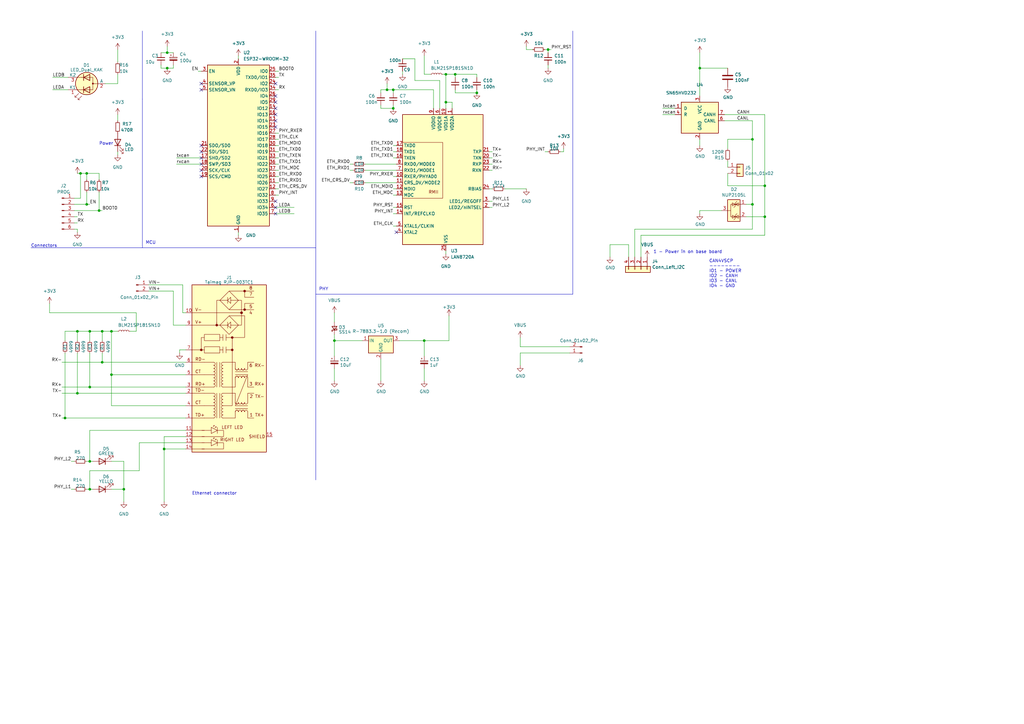
<source format=kicad_sch>
(kicad_sch (version 20230121) (generator eeschema)
  (paper "A3")
  (title_block (title "Frankfurt Eth") (date "2023-03-03") (rev "A") (company "Grodans Paradis AB") (comment 1 "http://www.vscp.org"))
  (junction (at 313.69 76.2))
  (junction (at 67.31 184.15))
  (junction (at 68.58 21.59))
  (junction (at 308.61 83.82))
  (junction (at 36.83 158.75))
  (junction (at 41.91 148.59))
  (junction (at 308.61 57.15))
  (junction (at 36.83 189.23))
  (junction (at 182.88 41.91))
  (junction (at 161.29 36.83))
  (junction (at 45.72 153.67))
  (junction (at 313.69 88.9))
  (junction (at 45.72 135.89))
  (junction (at 182.88 30.48))
  (junction (at 36.83 200.66))
  (junction (at 186.69 30.48))
  (junction (at 50.8 200.66))
  (junction (at 33.02 71.12))
  (junction (at 158.75 36.83))
  (junction (at 31.75 135.89))
  (junction (at 224.79 20.32))
  (junction (at 161.29 44.45))
  (junction (at 173.99 139.7))
  (junction (at 195.58 38.1))
  (junction (at 137.16 139.7))
  (junction (at 287.02 27.94))
  (junction (at 35.56 71.12))
  (junction (at 68.58 27.94))
  (junction (at 26.67 171.45))
  (junction (at 35.56 83.82))
  (junction (at 40.64 86.36))
  (junction (at 31.75 161.29))
  (junction (at 36.83 135.89))
  (junction (at 41.91 135.89))
  (no_connect (at 162.56 95.25))
  (no_connect (at 113.03 87.63))
  (no_connect (at 113.03 85.09))
  (no_connect (at 113.03 82.55))
  (no_connect (at 113.03 46.99))
  (no_connect (at 113.03 52.07))
  (no_connect (at 113.03 49.53))
  (no_connect (at 113.03 44.45))
  (no_connect (at 113.03 41.91))
  (no_connect (at 113.03 39.37))
  (no_connect (at 113.03 34.29))
  (no_connect (at 82.55 36.83))
  (no_connect (at 82.55 34.29))
  (no_connect (at 82.55 72.39))
  (no_connect (at 82.55 69.85))
  (no_connect (at 82.55 67.31))
  (no_connect (at 82.55 64.77))
  (no_connect (at 82.55 62.23))
  (no_connect (at 82.55 59.69))
  (wire (pts (xy 113.03 62.23) (xy 114.3 62.23)))
  (wire (pts (xy 137.16 128.27) (xy 137.16 132.08)))
  (wire (pts (xy 233.68 144.78) (xy 213.36 144.78)))
  (wire (pts (xy 186.69 36.83) (xy 186.69 38.1)))
  (wire (pts (xy 182.88 30.48) (xy 182.88 41.91)))
  (wire (pts (xy 161.29 59.69) (xy 162.56 59.69)))
  (polyline (pts (xy 58.42 101.6) (xy 129.54 101.6)))
  (wire (pts (xy 113.03 36.83) (xy 114.3 36.83)))
  (wire (pts (xy 161.29 85.09) (xy 162.56 85.09)))
  (wire (pts (xy 33.02 71.12) (xy 35.56 71.12)))
  (wire (pts (xy 143.51 69.85) (xy 144.78 69.85)))
  (wire (pts (xy 29.21 189.23) (xy 30.48 189.23)))
  (wire (pts (xy 295.91 86.36) (xy 287.02 86.36)))
  (wire (pts (xy 161.29 92.71) (xy 162.56 92.71)))
  (wire (pts (xy 33.02 71.12) (xy 33.02 81.28)))
  (wire (pts (xy 200.66 85.09) (xy 201.93 85.09)))
  (wire (pts (xy 76.2 181.61) (xy 57.15 181.61)))
  (wire (pts (xy 72.39 64.77) (xy 82.55 64.77)))
  (wire (pts (xy 35.56 200.66) (xy 36.83 200.66)))
  (wire (pts (xy 161.29 36.83) (xy 158.75 36.83)))
  (wire (pts (xy 45.72 166.37) (xy 45.72 153.67)))
  (wire (pts (xy 76.2 128.27) (xy 74.93 128.27)))
  (wire (pts (xy 186.69 30.48) (xy 195.58 30.48)))
  (wire (pts (xy 308.61 83.82) (xy 308.61 93.98)))
  (wire (pts (xy 48.26 25.4) (xy 48.26 20.32)))
  (wire (pts (xy 287.02 86.36) (xy 287.02 87.63)))
  (wire (pts (xy 313.69 88.9) (xy 313.69 76.2)))
  (wire (pts (xy 185.42 44.45) (xy 185.42 41.91)))
  (wire (pts (xy 113.03 72.39) (xy 114.3 72.39)))
  (wire (pts (xy 31.75 135.89) (xy 26.67 135.89)))
  (polyline (pts (xy 12.7 101.6) (xy 58.42 101.6)))
  (wire (pts (xy 200.66 77.47) (xy 201.93 77.47)))
  (wire (pts (xy 57.15 193.04) (xy 36.83 193.04)))
  (wire (pts (xy 149.86 74.93) (xy 162.56 74.93)))
  (polyline (pts (xy 58.42 12.7) (xy 58.42 40.64)))
  (wire (pts (xy 298.45 60.96) (xy 298.45 57.15)))
  (wire (pts (xy 66.04 26.67) (xy 66.04 27.94)))
  (wire (pts (xy 67.31 179.07) (xy 67.31 184.15)))
  (wire (pts (xy 50.8 200.66) (xy 50.8 205.74)))
  (wire (pts (xy 215.9 19.05) (xy 215.9 20.32)))
  (wire (pts (xy 161.29 72.39) (xy 162.56 72.39)))
  (wire (pts (xy 173.99 139.7) (xy 173.99 146.05)))
  (wire (pts (xy 35.56 71.12) (xy 40.64 71.12)))
  (wire (pts (xy 97.79 95.25) (xy 97.79 96.52)))
  (wire (pts (xy 161.29 64.77) (xy 162.56 64.77)))
  (wire (pts (xy 36.83 144.78) (xy 36.83 158.75)))
  (wire (pts (xy 66.04 27.94) (xy 68.58 27.94)))
  (wire (pts (xy 276.86 44.45) (xy 271.78 44.45)))
  (wire (pts (xy 55.88 128.27) (xy 55.88 135.89)))
  (wire (pts (xy 137.16 139.7) (xy 137.16 146.05)))
  (wire (pts (xy 161.29 87.63) (xy 162.56 87.63)))
  (wire (pts (xy 182.88 30.48) (xy 186.69 30.48)))
  (wire (pts (xy 298.45 76.2) (xy 313.69 76.2)))
  (wire (pts (xy 156.21 43.18) (xy 156.21 44.45)))
  (wire (pts (xy 71.12 27.94) (xy 71.12 26.67)))
  (wire (pts (xy 36.83 135.89) (xy 31.75 135.89)))
  (wire (pts (xy 113.03 64.77) (xy 114.3 64.77)))
  (wire (pts (xy 213.36 142.24) (xy 213.36 138.43)))
  (wire (pts (xy 224.79 26.67) (xy 224.79 27.94)))
  (wire (pts (xy 25.4 171.45) (xy 26.67 171.45)))
  (wire (pts (xy 72.39 67.31) (xy 82.55 67.31)))
  (wire (pts (xy 40.64 71.12) (xy 40.64 73.66)))
  (wire (pts (xy 163.83 139.7) (xy 173.99 139.7)))
  (wire (pts (xy 149.86 67.31) (xy 162.56 67.31)))
  (wire (pts (xy 298.45 27.94) (xy 287.02 27.94)))
  (polyline (pts (xy 58.42 101.6) (xy 58.42 40.64)))
  (wire (pts (xy 26.67 135.89) (xy 26.67 139.7)))
  (wire (pts (xy 313.69 46.99) (xy 297.18 46.99)))
  (wire (pts (xy 40.64 86.36) (xy 41.91 86.36)))
  (wire (pts (xy 195.58 30.48) (xy 195.58 31.75)))
  (wire (pts (xy 161.29 77.47) (xy 162.56 77.47)))
  (wire (pts (xy 55.88 135.89) (xy 53.34 135.89)))
  (wire (pts (xy 186.69 30.48) (xy 186.69 31.75)))
  (wire (pts (xy 306.07 83.82) (xy 308.61 83.82)))
  (wire (pts (xy 45.72 189.23) (xy 50.8 189.23)))
  (wire (pts (xy 231.14 62.23) (xy 229.87 62.23)))
  (wire (pts (xy 21.59 31.75) (xy 27.94 31.75)))
  (wire (pts (xy 287.02 27.94) (xy 287.02 39.37)))
  (wire (pts (xy 68.58 27.94) (xy 71.12 27.94)))
  (wire (pts (xy 26.67 171.45) (xy 26.67 144.78)))
  (wire (pts (xy 207.01 77.47) (xy 215.9 77.47)))
  (wire (pts (xy 36.83 176.53) (xy 36.83 189.23)))
  (wire (pts (xy 200.66 69.85) (xy 201.93 69.85)))
  (wire (pts (xy 31.75 161.29) (xy 76.2 161.29)))
  (wire (pts (xy 35.56 71.12) (xy 35.56 73.66)))
  (wire (pts (xy 224.79 20.32) (xy 226.06 20.32)))
  (wire (pts (xy 308.61 93.98) (xy 260.35 93.98)))
  (wire (pts (xy 25.4 161.29) (xy 31.75 161.29)))
  (wire (pts (xy 233.68 142.24) (xy 213.36 142.24)))
  (wire (pts (xy 45.72 135.89) (xy 48.26 135.89)))
  (wire (pts (xy 73.66 144.78) (xy 73.66 143.51)))
  (wire (pts (xy 200.66 64.77) (xy 201.93 64.77)))
  (wire (pts (xy 36.83 200.66) (xy 38.1 200.66)))
  (wire (pts (xy 113.03 54.61) (xy 114.3 54.61)))
  (wire (pts (xy 148.59 139.7) (xy 137.16 139.7)))
  (wire (pts (xy 257.81 100.33) (xy 257.81 105.41)))
  (wire (pts (xy 36.83 189.23) (xy 38.1 189.23)))
  (wire (pts (xy 71.12 133.35) (xy 71.12 119.38)))
  (wire (pts (xy 186.69 38.1) (xy 195.58 38.1)))
  (wire (pts (xy 113.03 31.75) (xy 114.3 31.75)))
  (wire (pts (xy 173.99 30.48) (xy 176.53 30.48)))
  (wire (pts (xy 257.81 100.33) (xy 250.19 100.33)))
  (wire (pts (xy 60.96 119.38) (xy 71.12 119.38)))
  (wire (pts (xy 30.48 86.36) (xy 40.64 86.36)))
  (wire (pts (xy 31.75 71.12) (xy 33.02 71.12)))
  (wire (pts (xy 45.72 153.67) (xy 76.2 153.67)))
  (wire (pts (xy 45.72 200.66) (xy 50.8 200.66)))
  (wire (pts (xy 113.03 69.85) (xy 114.3 69.85)))
  (wire (pts (xy 113.03 59.69) (xy 114.3 59.69)))
  (wire (pts (xy 50.8 189.23) (xy 50.8 200.66)))
  (wire (pts (xy 113.03 80.01) (xy 114.3 80.01)))
  (wire (pts (xy 48.26 49.53) (xy 48.26 46.99)))
  (polyline (pts (xy 129.54 120.65) (xy 234.95 120.65)))
  (polyline (pts (xy 129.54 101.6) (xy 129.54 196.85)))
  (wire (pts (xy 298.45 71.12) (xy 298.45 76.2)))
  (wire (pts (xy 297.18 49.53) (xy 308.61 49.53)))
  (wire (pts (xy 45.72 135.89) (xy 45.72 153.67)))
  (wire (pts (xy 66.04 21.59) (xy 68.58 21.59)))
  (wire (pts (xy 213.36 144.78) (xy 213.36 149.86)))
  (wire (pts (xy 200.66 67.31) (xy 201.93 67.31)))
  (wire (pts (xy 113.03 74.93) (xy 114.3 74.93)))
  (wire (pts (xy 57.15 181.61) (xy 57.15 193.04)))
  (wire (pts (xy 250.19 100.33) (xy 250.19 105.41)))
  (wire (pts (xy 81.28 29.21) (xy 82.55 29.21)))
  (wire (pts (xy 33.02 81.28) (xy 30.48 81.28)))
  (wire (pts (xy 97.79 22.86) (xy 97.79 24.13)))
  (wire (pts (xy 223.52 20.32) (xy 224.79 20.32)))
  (wire (pts (xy 224.79 20.32) (xy 224.79 21.59)))
  (wire (pts (xy 260.35 93.98) (xy 260.35 105.41)))
  (wire (pts (xy 298.45 66.04) (xy 298.45 68.58)))
  (wire (pts (xy 26.67 171.45) (xy 76.2 171.45)))
  (wire (pts (xy 113.03 57.15) (xy 114.3 57.15)))
  (wire (pts (xy 113.03 77.47) (xy 114.3 77.47)))
  (wire (pts (xy 306.07 88.9) (xy 313.69 88.9)))
  (wire (pts (xy 308.61 57.15) (xy 308.61 83.82)))
  (wire (pts (xy 76.2 176.53) (xy 36.83 176.53)))
  (wire (pts (xy 298.45 57.15) (xy 308.61 57.15)))
  (wire (pts (xy 113.03 87.63) (xy 120.65 87.63)))
  (wire (pts (xy 67.31 184.15) (xy 67.31 205.74)))
  (wire (pts (xy 161.29 43.18) (xy 161.29 44.45)))
  (wire (pts (xy 156.21 44.45) (xy 161.29 44.45)))
  (wire (pts (xy 35.56 78.74) (xy 35.56 83.82)))
  (wire (pts (xy 287.02 21.59) (xy 287.02 27.94)))
  (wire (pts (xy 41.91 135.89) (xy 36.83 135.89)))
  (wire (pts (xy 143.51 67.31) (xy 144.78 67.31)))
  (wire (pts (xy 41.91 148.59) (xy 76.2 148.59)))
  (wire (pts (xy 113.03 67.31) (xy 114.3 67.31)))
  (wire (pts (xy 149.86 69.85) (xy 162.56 69.85)))
  (wire (pts (xy 40.64 78.74) (xy 40.64 86.36)))
  (wire (pts (xy 30.48 91.44) (xy 31.75 91.44)))
  (wire (pts (xy 45.72 166.37) (xy 76.2 166.37)))
  (wire (pts (xy 158.75 34.29) (xy 158.75 36.83)))
  (wire (pts (xy 200.66 62.23) (xy 201.93 62.23)))
  (wire (pts (xy 67.31 184.15) (xy 76.2 184.15)))
  (wire (pts (xy 31.75 135.89) (xy 31.75 139.7)))
  (wire (pts (xy 31.75 93.98) (xy 31.75 95.25)))
  (wire (pts (xy 276.86 46.99) (xy 271.78 46.99)))
  (wire (pts (xy 156.21 36.83) (xy 156.21 38.1)))
  (polyline (pts (xy 129.54 12.7) (xy 129.54 101.6)))
  (wire (pts (xy 25.4 158.75) (xy 36.83 158.75)))
  (wire (pts (xy 20.32 128.27) (xy 20.32 124.46)))
  (wire (pts (xy 313.69 96.52) (xy 313.69 88.9)))
  (wire (pts (xy 36.83 193.04) (xy 36.83 200.66)))
  (wire (pts (xy 113.03 29.21) (xy 114.3 29.21)))
  (wire (pts (xy 25.4 148.59) (xy 41.91 148.59)))
  (wire (pts (xy 287.02 57.15) (xy 287.02 59.69)))
  (wire (pts (xy 68.58 21.59) (xy 71.12 21.59)))
  (wire (pts (xy 30.48 83.82) (xy 35.56 83.82)))
  (wire (pts (xy 170.18 33.02) (xy 170.18 24.13)))
  (wire (pts (xy 137.16 137.16) (xy 137.16 139.7)))
  (wire (pts (xy 313.69 76.2) (xy 313.69 46.99)))
  (wire (pts (xy 182.88 102.87) (xy 182.88 104.14)))
  (wire (pts (xy 45.72 135.89) (xy 41.91 135.89)))
  (wire (pts (xy 30.48 88.9) (xy 31.75 88.9)))
  (wire (pts (xy 177.8 36.83) (xy 161.29 36.83)))
  (wire (pts (xy 41.91 148.59) (xy 41.91 144.78)))
  (wire (pts (xy 182.88 41.91) (xy 182.88 44.45)))
  (wire (pts (xy 48.26 34.29) (xy 48.26 30.48)))
  (wire (pts (xy 185.42 41.91) (xy 182.88 41.91)))
  (wire (pts (xy 68.58 19.05) (xy 68.58 21.59)))
  (wire (pts (xy 76.2 133.35) (xy 71.12 133.35)))
  (wire (pts (xy 43.18 34.29) (xy 48.26 34.29)))
  (wire (pts (xy 60.96 116.84) (xy 74.93 116.84)))
  (wire (pts (xy 231.14 60.96) (xy 231.14 62.23)))
  (wire (pts (xy 35.56 83.82) (xy 36.83 83.82)))
  (wire (pts (xy 308.61 49.53) (xy 308.61 57.15)))
  (wire (pts (xy 76.2 179.07) (xy 67.31 179.07)))
  (wire (pts (xy 215.9 20.32) (xy 218.44 20.32)))
  (wire (pts (xy 177.8 44.45) (xy 177.8 36.83)))
  (wire (pts (xy 180.34 33.02) (xy 170.18 33.02)))
  (wire (pts (xy 161.29 36.83) (xy 161.29 38.1)))
  (wire (pts (xy 137.16 151.13) (xy 137.16 156.21)))
  (wire (pts (xy 173.99 22.86) (xy 173.99 30.48)))
  (wire (pts (xy 262.89 96.52) (xy 313.69 96.52)))
  (wire (pts (xy 55.88 128.27) (xy 20.32 128.27)))
  (wire (pts (xy 195.58 36.83) (xy 195.58 38.1)))
  (wire (pts (xy 35.56 189.23) (xy 36.83 189.23)))
  (wire (pts (xy 30.48 93.98) (xy 31.75 93.98)))
  (wire (pts (xy 184.15 129.54) (xy 184.15 139.7)))
  (wire (pts (xy 36.83 158.75) (xy 76.2 158.75)))
  (wire (pts (xy 158.75 36.83) (xy 156.21 36.83)))
  (wire (pts (xy 36.83 135.89) (xy 36.83 139.7)))
  (wire (pts (xy 73.66 143.51) (xy 76.2 143.51)))
  (wire (pts (xy 31.75 161.29) (xy 31.75 144.78)))
  (wire (pts (xy 113.03 85.09) (xy 120.65 85.09)))
  (wire (pts (xy 41.91 135.89) (xy 41.91 139.7)))
  (wire (pts (xy 180.34 33.02) (xy 180.34 44.45)))
  (wire (pts (xy 48.26 62.23) (xy 48.26 63.5)))
  (wire (pts (xy 143.51 74.93) (xy 144.78 74.93)))
  (wire (pts (xy 165.1 29.21) (xy 165.1 30.48)))
  (wire (pts (xy 156.21 147.32) (xy 156.21 156.21)))
  (wire (pts (xy 262.89 105.41) (xy 262.89 96.52)))
  (polyline (pts (xy 234.95 12.7) (xy 234.95 120.65)))
  (wire (pts (xy 29.21 200.66) (xy 30.48 200.66)))
  (wire (pts (xy 161.29 62.23) (xy 162.56 62.23)))
  (wire (pts (xy 181.61 30.48) (xy 182.88 30.48)))
  (wire (pts (xy 173.99 151.13) (xy 173.99 156.21)))
  (wire (pts (xy 21.59 36.83) (xy 27.94 36.83)))
  (wire (pts (xy 74.93 128.27) (xy 74.93 116.84)))
  (wire (pts (xy 161.29 80.01) (xy 162.56 80.01)))
  (wire (pts (xy 223.52 62.23) (xy 224.79 62.23)))
  (wire (pts (xy 184.15 139.7) (xy 173.99 139.7)))
  (wire (pts (xy 200.66 82.55) (xy 201.93 82.55)))
  (wire (pts (xy 170.18 24.13) (xy 165.1 24.13)))
  (text "PHY" (at 130.81 119.38 0) (effects (font (size 1.27 1.27)) (justify left bottom)))
  (text "Connectors" (at 12.7 101.6 0) (effects (font (size 1.27 1.27)) (justify left bottom)))
  (text "Power" (at 40.64 59.69 0) (effects (font (size 1.27 1.27)) (justify left bottom)))
  (text "CAN4VSCP\n--------\nIO1 - POWER\nIO2 - CANH\nIO3 - CANL\nIO4 - GND" (at 290.83 118.11 0) (effects (font (size 1.27 1.27)) (justify left bottom)))
  (text "Ethernet connector" (at 78.74 203.2 0) (effects (font (size 1.27 1.27)) (justify left bottom)))
  (text "MCU" (at 59.69 100.33 0) (effects (font (size 1.27 1.27)) (justify left bottom)))
  (text "1 - Power in on base board" (at 267.97 104.14 0) (effects (font (size 1.27 1.27)) (justify left bottom)))
  (label "ETH_TXEN" (at 114.3 64.77 0))
  (label "LEDB" (at 21.59 31.75 0))
  (label "ETH_RXD0" (at 114.3 72.39 0))
  (label "TX-" (at 201.93 64.77 0))
  (label "VIN-" (at 60.96 116.84 0))
  (label "PHY_L1" (at 201.93 82.55 0))
  (label "PHY_RXER" (at 161.29 72.39 180))
  (label "RX" (at 31.75 91.44 0))
  (label "RX" (at 114.3 36.83 0))
  (label "ETH_MDC" (at 161.29 80.01 180))
  (label "PHY_INT" (at 114.3 80.01 0))
  (label "RX-" (at 25.4 148.59 180))
  (label "ETH_TXEN" (at 161.29 64.77 180))
  (label "ETH_MDIO" (at 114.3 59.69 0))
  (label "PHY_INT" (at 161.29 87.63 180))
  (label "RX+" (at 25.4 158.75 180))
  (label "ETH_RXD0" (at 143.51 67.31 180))
  (label "PHY_L2" (at 201.93 85.09 0))
  (label "LEDB" (at 114.3 87.63 0))
  (label "CANH" (at 302.26 46.99 0))
  (label "rxcan" (at 72.39 67.31 0))
  (label "ETH_CLK" (at 161.29 92.71 180))
  (label "ETH_CRS_DV" (at 143.51 74.93 180))
  (label "rxcan" (at 271.78 46.99 0))
  (label "ETH_TXD1" (at 161.29 62.23 180))
  (label "BOOT0" (at 41.91 86.36 0))
  (label "ETH_TXD0" (at 161.29 59.69 180))
  (label "ETH_MDIO" (at 161.29 77.47 180))
  (label "LEDA" (at 21.59 36.83 0))
  (label "RX-" (at 201.93 69.85 0))
  (label "ETH_CLK" (at 114.3 57.15 0))
  (label "TX-" (at 25.4 161.29 180))
  (label "txcan" (at 72.39 64.77 0))
  (label "PHY_RST" (at 161.29 85.09 180))
  (label "BOOT0" (at 114.3 29.21 0))
  (label "PHY_RST" (at 226.06 20.32 0))
  (label "PHY_RXER" (at 114.3 54.61 0))
  (label "TX+" (at 25.4 171.45 180))
  (label "ETH_MDC" (at 114.3 69.85 0))
  (label "TX+" (at 201.93 62.23 0))
  (label "TX" (at 114.3 31.75 0))
  (label "EN" (at 81.28 29.21 180))
  (label "ETH_RXD1" (at 114.3 74.93 0))
  (label "ETH_RXD1" (at 143.51 69.85 180))
  (label "TX" (at 31.75 88.9 0))
  (label "RX+" (at 201.93 67.31 0))
  (label "ETH_TXD0" (at 114.3 62.23 0))
  (label "PHY_INT" (at 223.52 62.23 180))
  (label "LEDA" (at 114.3 85.09 0))
  (label "PHY_L1" (at 29.21 200.66 180))
  (label "EN" (at 36.83 83.82 0))
  (label "ETH_TXD1" (at 114.3 67.31 0))
  (label "txcan" (at 271.78 44.45 0))
  (label "CANL" (at 302.26 49.53 0))
  (label "PHY_L2" (at 29.21 189.23 180))
  (label "VIN+" (at 60.96 119.38 0))
  (label "ETH_CRS_DV" (at 114.3 77.47 0))
  (symbol (lib_id "Device:LED") (at 41.91 189.23 180) (unit 1)
    (property "Reference" "D5" (at 43.4975 184.0611 0))
    (property "Value" "GREEN" (at 43.4975 185.9821 0))
    (property "Footprint" "LED_SMD:LED_0805_2012Metric_Pad1.15x1.40mm_HandSolder" (effects hide))
  )
  (symbol (lib_id "Device:C_Small") (at 156.21 40.64 180) (unit 1)
    (property "Reference" "C6" (at 151.13 39.37 0) (effects (justify right)))
    (property "Value" "100n" (at 149.86 41.91 0) (effects (justify right)))
    (property "Footprint" "Capacitor_SMD:C_0805_2012Metric_Pad1.18x1.45mm_HandSolder" (effects hide))
  )
  (symbol (lib_id "RF_Module:ESP32-WROOM-32") (at 97.79 59.69 0) (unit 1)
    (property "Reference" "U2" (at 99.8094 21.59 0) (effects (justify left)))
    (property "Value" "ESP32-WROOM-32" (at 99.8094 24.13 0) (effects (justify left)))
    (property "Footprint" "RF_Module:ESP32-WROOM-32" (effects hide))
    (property "Datasheet" "https://www.espressif.com/sites/default/files/documentation/esp32-wroom-32_datasheet_en.pdf" (effects hide))
  )
  (symbol (lib_id "Device:R_Small") (at 40.64 76.2 180) (unit 1)
    (property "Reference" "R7" (at 43.18 74.93 0))
    (property "Value" "10k" (at 43.18 77.47 0))
    (property "Footprint" "Resistor_SMD:R_0805_2012Metric_Pad1.20x1.40mm_HandSolder" (effects hide))
  )
  (symbol (lib_id "Device:LED_Dual_KAK") (at 35.56 34.29 180) (unit 1)
    (property "Reference" "D1" (at 35.4965 26.7081 0))
    (property "Value" "LED_Dual_KAK" (at 35.4965 28.6291 0))
    (property "Footprint" "LED_THT:LED_D5.0mm-3" (effects hide))
  )
  (symbol (lib_id "Device:C") (at 298.45 31.75 0) (unit 1)
    (property "Reference" "C5" (at 301.371 30.5816 0) (effects (justify left)))
    (property "Value" "100nF" (at 301.371 32.893 0) (effects (justify left)))
    (property "Footprint" "Capacitor_SMD:C_0805_2012Metric" (effects hide))
  )
  (symbol (lib_id "power:GND") (at 182.88 104.14 0) (unit 1)
    (property "Reference" "#PWR0120" (effects hide))
    (property "Value" "GND" (at 182.88 109.22 0))
  )
  (symbol (lib_id "Connector_Generic:Conn_01x04") (at 262.89 110.49 270) (unit 1)
    (property "Reference" "J4" (at 267.462 107.2388 90) (effects (justify left)))
    (property "Value" "Conn_Left_I2C" (at 267.462 109.5502 90) (effects (justify left)))
    (property "Footprint" "Connector_PinHeader_2.54mm:PinHeader_1x04_P2.54mm_Vertical" (effects hide))
  )
  (symbol (lib_name "GND_17") (lib_id "power:GND") (at 31.75 95.25 0) (unit 1)
    (property "Reference" "#PWR0114" (effects hide))
    (property "Value" "GND" (at 31.75 100.33 0))
  )
  (symbol (lib_id "power:VBUS") (at 213.36 138.43 0) (unit 1)
    (property "Reference" "#PWR016" (effects hide))
    (property "Value" "VBUS" (at 213.36 133.35 0))
  )
  (symbol (lib_name "GND_5") (lib_id "power:GND") (at 213.36 149.86 0) (unit 1)
    (property "Reference" "#PWR017" (effects hide))
    (property "Value" "GND" (at 213.487 154.2542 0))
  )
  (symbol (lib_id "Device:R_Small") (at 298.45 63.5 180) (unit 1)
    (property "Reference" "R15" (at 296.9514 64.6684 0) (effects (justify left)))
    (property "Value" "120R" (at 296.9514 62.357 0) (effects (justify left)))
    (property "Footprint" "Resistor_SMD:R_0805_2012Metric" (effects hide))
  )
  (symbol (lib_name "GND_16") (lib_id "power:GND") (at 215.9 77.47 0) (unit 1)
    (property "Reference" "#PWR0123" (effects hide))
    (property "Value" "GND" (at 215.9 82.55 0))
  )
  (symbol (lib_id "Device:C_Polarized_Small") (at 71.12 24.13 0) (unit 1)
    (property "Reference" "C4" (at 73.66 22.3138 0) (effects (justify left)))
    (property "Value" "100u" (at 73.66 24.8538 0) (effects (justify left)))
    (property "Footprint" "Capacitor_Tantalum_SMD:CP_EIA-3528-21_Kemet-B" (effects hide))
  )
  (symbol (lib_id "Device:C_Small") (at 195.58 34.29 0) (unit 1)
    (property "Reference" "C10" (at 198.12 33.0262 0) (effects (justify left)))
    (property "Value" "100n" (at 198.12 35.5662 0) (effects (justify left)))
    (property "Footprint" "Capacitor_SMD:C_0805_2012Metric_Pad1.18x1.45mm_HandSolder" (effects hide))
  )
  (symbol (lib_name "GND_11") (lib_id "power:GND") (at 67.31 205.74 0) (unit 1)
    (property "Reference" "#PWR015" (effects hide))
    (property "Value" "GND" (at 67.31 210.82 0))
  )
  (symbol (lib_id "Device:R_Small") (at 48.26 27.94 180) (unit 1)
    (property "Reference" "R16" (at 50.8 26.67 0))
    (property "Value" "10k" (at 50.8 29.21 0))
    (property "Footprint" "Resistor_SMD:R_0805_2012Metric_Pad1.20x1.40mm_HandSolder" (effects hide))
  )
  (symbol (lib_id "power:+3.3V") (at 31.75 71.12 0) (unit 1)
    (property "Reference" "#PWR0112" (effects hide))
    (property "Value" "+3.3V" (at 31.75 66.04 0))
  )
  (symbol (lib_id "Interface_Ethernet:LAN8720A") (at 182.88 74.93 0) (unit 1)
    (property "Reference" "U3" (at 184.8994 102.87 0) (effects (justify left)))
    (property "Value" "LAN8720A" (at 184.8994 105.41 0) (effects (justify left)))
    (property "Footprint" "Package_DFN_QFN:QFN-24-1EP_4x4mm_P0.5mm_EP2.6x2.6mm" (effects hide))
    (property "Datasheet" "http://ww1.microchip.com/downloads/en/DeviceDoc/8720a.pdf" (effects hide))
  )
  (symbol (lib_id "Device:C_Small") (at 66.04 24.13 0) (unit 1)
    (property "Reference" "C3" (at 62.23 22.86 0) (effects (justify left)))
    (property "Value" "10u" (at 59.69 25.4 0) (effects (justify left)))
    (property "Footprint" "Capacitor_SMD:C_0805_2012Metric_Pad1.18x1.45mm_HandSolder" (effects hide))
  )
  (symbol (lib_id "power:+3.3V") (at 48.26 20.32 0) (unit 1)
    (property "Reference" "#PWR012" (effects hide))
    (property "Value" "+3.3V" (at 48.26 15.24 0))
  )
  (symbol (lib_id "Device:CP_Small") (at 173.99 148.59 0) (unit 1)
    (property "Reference" "C13" (at 176.2252 147.4216 0) (effects (justify left)))
    (property "Value" "1uF" (at 176.2252 149.733 0) (effects (justify left)))
    (property "Footprint" "Capacitor_SMD:C_0805_2012Metric_Pad1.18x1.45mm_HandSolder" (effects hide))
  )
  (symbol (lib_name "GND_15") (lib_id "power:GND") (at 224.79 27.94 0) (unit 1)
    (property "Reference" "#PWR0121" (effects hide))
    (property "Value" "GND" (at 224.79 33.02 0))
  )
  (symbol (lib_name "GND_14") (lib_id "power:GND") (at 68.58 27.94 0) (unit 1)
    (property "Reference" "#PWR0108" (effects hide))
    (property "Value" "GND" (at 68.58 33.02 0))
  )
  (symbol (lib_id "Connector:RJ45_Abracon_ARJP11A-MASA-B-A-EMU2") (at 93.98 151.13 0) (unit 1)
    (property "Reference" "J1" (at 93.98 113.8301 0))
    (property "Value" "Taimag RJP-003TC1" (at 93.98 115.7511 0))
    (property "Footprint" "Connector_RJ:RJ45_Abracon_ARJP11A-MA_Horizontal" (effects hide))
    (property "Datasheet" "https://abracon.com/Magnetics/lan/ARJP11A.PDF" (effects hide))
  )
  (symbol (lib_id "power:VBUS") (at 137.16 128.27 0) (unit 1)
    (property "Reference" "#PWR06" (effects hide))
    (property "Value" "VBUS" (at 137.16 123.19 0))
  )
  (symbol (lib_id "Device:C_Small") (at 224.79 24.13 0) (unit 1)
    (property "Reference" "C11" (at 227.33 22.8662 0) (effects (justify left)))
    (property "Value" "100n" (at 227.33 25.4062 0) (effects (justify left)))
    (property "Footprint" "Capacitor_SMD:C_0805_2012Metric_Pad1.18x1.45mm_HandSolder" (effects hide))
  )
  (symbol (lib_id "Device:R_Small") (at 41.91 142.24 180) (unit 1)
    (property "Reference" "R4" (at 41.91 142.24 90))
    (property "Value" "49R9" (at 44.45 142.24 90))
    (property "Footprint" "Resistor_SMD:R_0805_2012Metric_Pad1.20x1.40mm_HandSolder" (effects hide))
  )
  (symbol (lib_name "+3.3V_10") (lib_id "power:+3.3V") (at 215.9 19.05 0) (unit 1)
    (property "Reference" "#PWR0118" (effects hide))
    (property "Value" "+3.3V" (at 215.9 13.97 0))
  )
  (symbol (lib_id "Connector:Conn_01x02_Pin") (at 238.76 144.78 180) (unit 1)
    (property "Reference" "J6" (at 238.125 147.8661 0))
    (property "Value" "Conn_01x02_Pin" (at 237.49 139.7 0))
    (property "Footprint" "Connector_PinHeader_2.54mm:PinHeader_1x02_P2.54mm_Vertical" (effects hide))
  )
  (symbol (lib_id "Device:R_Small") (at 220.98 20.32 90) (unit 1)
    (property "Reference" "R12" (at 220.98 22.86 90))
    (property "Value" "10k" (at 220.98 17.78 90))
    (property "Footprint" "Resistor_SMD:R_0805_2012Metric_Pad1.20x1.40mm_HandSolder" (effects hide))
  )
  (symbol (lib_id "Device:C_Small") (at 165.1 26.67 0) (unit 1)
    (property "Reference" "C9" (at 165.5657 28.5947 0) (effects (justify left)))
    (property "Value" "100n" (at 159.5938 24.728 0) (effects (justify left)))
    (property "Footprint" "Capacitor_SMD:C_0805_2012Metric_Pad1.18x1.45mm_HandSolder" (effects hide))
  )
  (symbol (lib_id "Connector:Conn_01x06_Male") (at 25.4 86.36 0) (unit 1)
    (property "Reference" "J2" (at 26.035 76.2 0))
    (property "Value" "PROG" (at 26.035 78.74 0))
    (property "Footprint" "Connector_PinHeader_2.54mm:PinHeader_1x06_P2.54mm_Vertical" (effects hide))
  )
  (symbol (lib_name "GND_13") (lib_id "power:GND") (at 161.29 44.45 0) (unit 1)
    (property "Reference" "#PWR0116" (effects hide))
    (property "Value" "GND" (at 161.29 49.53 0))
  )
  (symbol (lib_name "GND_12") (lib_id "power:GND") (at 298.45 35.56 0) (unit 1)
    (property "Reference" "#PWR05" (effects hide))
    (property "Value" "GND" (at 298.577 39.9542 0))
  )
  (symbol (lib_id "Power_Protection:NUP2105L") (at 300.99 86.36 270) (unit 1)
    (property "Reference" "D2" (at 300.99 77.6732 90))
    (property "Value" "NUP2105L" (at 300.99 79.9846 90))
    (property "Footprint" "Package_TO_SOT_SMD:SOT-23" (effects hide))
    (property "Datasheet" "http://www.onsemi.com/pub_link/Collateral/NUP2105L-D.PDF" (effects hide))
  )
  (symbol (lib_name "+3.3V_9") (lib_id "power:+3.3V") (at 158.75 34.29 0) (unit 1)
    (property "Reference" "#PWR0113" (effects hide))
    (property "Value" "+3.3V" (at 158.75 29.21 0))
  )
  (symbol (lib_name "+3.3V_8") (lib_id "power:+3.3V") (at 231.14 60.96 0) (unit 1)
    (property "Reference" "#PWR0122" (effects hide))
    (property "Value" "+3.3V" (at 231.14 55.88 0))
  )
  (symbol (lib_name "GND_11") (lib_id "power:GND") (at 50.8 205.74 0) (unit 1)
    (property "Reference" "#PWR0101" (effects hide))
    (property "Value" "GND" (at 50.8 210.82 0))
  )
  (symbol (lib_name "GND_10") (lib_id "power:GND") (at 287.02 59.69 0) (unit 1)
    (property "Reference" "#PWR03" (effects hide))
    (property "Value" "GND" (at 287.147 64.0842 0))
  )
  (symbol (lib_id "Regulator_Switching:R-78B3.3-2.0") (at 156.21 139.7 0) (unit 1)
    (property "Reference" "U5" (at 156.21 133.5532 0))
    (property "Value" "R-78B3.3-1.0 (Recom)" (at 156.21 135.8646 0))
    (property "Footprint" "Converter_DCDC:Converter_DCDC_RECOM_R-78B-2.0_THT" (effects hide))
    (property "Datasheet" "https://www.recom-power.com/pdf/Innoline/R-78Bxx-2.0.pdf" (effects hide))
  )
  (symbol (lib_id "Device:R_Small") (at 147.32 74.93 90) (unit 1)
    (property "Reference" "R10" (at 147.32 77.47 90))
    (property "Value" "10R" (at 147.32 74.93 90))
    (property "Footprint" "Resistor_SMD:R_0805_2012Metric_Pad1.20x1.40mm_HandSolder" (effects hide))
  )
  (symbol (lib_name "GND_14") (lib_id "power:GND") (at 48.26 63.5 0) (unit 1)
    (property "Reference" "#PWR014" (effects hide))
    (property "Value" "GND" (at 48.26 68.58 0))
  )
  (symbol (lib_id "Device:LED") (at 41.91 200.66 180) (unit 1)
    (property "Reference" "D6" (at 43.4975 195.4911 0))
    (property "Value" "YELLO" (at 43.4975 197.4121 0))
    (property "Footprint" "LED_SMD:LED_0805_2012Metric_Pad1.15x1.40mm_HandSolder" (effects hide))
  )
  (symbol (lib_id "Device:R_Small") (at 33.02 200.66 90) (unit 1)
    (property "Reference" "R14" (at 31.75 196.85 90))
    (property "Value" "270" (at 33.02 199.39 90))
    (property "Footprint" "Resistor_SMD:R_0805_2012Metric_Pad1.20x1.40mm_HandSolder" (effects hide))
  )
  (symbol (lib_id "Device:L_Small") (at 179.07 30.48 90) (unit 1)
    (property "Reference" "L1" (at 179.07 25.4 90))
    (property "Value" "BLM21SP181SN1D" (at 185.42 27.94 90))
    (property "Footprint" "Resistor_SMD:R_0805_2012Metric_Pad1.20x1.40mm_HandSolder" (effects hide))
  )
  (symbol (lib_name "+3.3V_7") (lib_id "power:+3.3V") (at 20.32 124.46 0) (unit 1)
    (property "Reference" "#PWR0104" (effects hide))
    (property "Value" "+3.3V" (at 20.32 119.38 0))
  )
  (symbol (lib_name "VBUS_1") (lib_id "power:VBUS") (at 265.43 105.41 0) (unit 1)
    (property "Reference" "#PWR011" (effects hide))
    (property "Value" "VBUS" (at 265.43 100.33 0))
  )
  (symbol (lib_name "GND_9") (lib_id "power:GND") (at 156.21 156.21 0) (unit 1)
    (property "Reference" "#PWR08" (effects hide))
    (property "Value" "GND" (at 156.337 160.6042 0))
  )
  (symbol (lib_id "Device:R_Small") (at 204.47 77.47 90) (unit 1)
    (property "Reference" "R11" (at 204.47 74.93 90))
    (property "Value" "12.1k" (at 204.47 76.2 90))
    (property "Footprint" "Resistor_SMD:R_0805_2012Metric_Pad1.20x1.40mm_HandSolder" (effects hide))
  )
  (symbol (lib_id "Device:R_Small") (at 48.26 52.07 180) (unit 1)
    (property "Reference" "R17" (at 52.07 50.8 0))
    (property "Value" "470R" (at 52.07 53.34 0))
    (property "Footprint" "Resistor_SMD:R_0805_2012Metric_Pad1.20x1.40mm_HandSolder" (effects hide))
  )
  (symbol (lib_id "Connector_Generic:Conn_01x02") (at 303.53 68.58 0) (unit 1)
    (property "Reference" "J5" (at 305.562 68.7832 0) (effects (justify left)))
    (property "Value" "Conn_01x02" (at 305.562 71.0946 0) (effects (justify left)))
    (property "Footprint" "Connector_PinHeader_2.54mm:PinHeader_1x02_P2.54mm_Vertical" (effects hide))
  )
  (symbol (lib_id "Device:R_Small") (at 35.56 76.2 180) (unit 1)
    (property "Reference" "R6" (at 38.1 74.93 0))
    (property "Value" "10k" (at 38.1 77.47 0))
    (property "Footprint" "Resistor_SMD:R_0805_2012Metric_Pad1.20x1.40mm_HandSolder" (effects hide))
  )
  (symbol (lib_name "+3.3V_6") (lib_id "power:+3.3V") (at 287.02 21.59 0) (unit 1)
    (property "Reference" "#PWR02" (effects hide))
    (property "Value" "+3.3V" (at 287.02 16.51 0))
  )
  (symbol (lib_id "Device:L_Small") (at 50.8 135.89 90) (unit 1)
    (property "Reference" "L2" (at 50.8 130.81 90))
    (property "Value" "BLM21SP181SN1D" (at 57.15 133.35 90))
    (property "Footprint" "Resistor_SMD:R_0805_2012Metric_Pad1.20x1.40mm_HandSolder" (effects hide))
  )
  (symbol (lib_name "GND_8") (lib_id "power:GND") (at 97.79 96.52 0) (unit 1)
    (property "Reference" "#PWR0105" (effects hide))
    (property "Value" "GND" (at 102.87 96.52 0))
  )
  (symbol (lib_name "GND_7") (lib_id "power:GND") (at 173.99 156.21 0) (unit 1)
    (property "Reference" "#PWR09" (effects hide))
    (property "Value" "GND" (at 174.117 160.6042 0))
  )
  (symbol (lib_name "GND_6") (lib_id "power:GND") (at 165.1 30.48 0) (unit 1)
    (property "Reference" "#PWR0119" (effects hide))
    (property "Value" "GND" (at 165.1 35.56 0))
  )
  (symbol (lib_id "Device:R_Small") (at 33.02 189.23 90) (unit 1)
    (property "Reference" "R5" (at 31.75 185.42 90))
    (property "Value" "270" (at 33.02 187.96 90))
    (property "Footprint" "Resistor_SMD:R_0805_2012Metric_Pad1.20x1.40mm_HandSolder" (effects hide))
  )
  (symbol (lib_name "GND_5") (lib_id "power:GND") (at 137.16 156.21 0) (unit 1)
    (property "Reference" "#PWR07" (effects hide))
    (property "Value" "GND" (at 137.287 160.6042 0))
  )
  (symbol (lib_id "Device:R_Small") (at 26.67 142.24 180) (unit 1)
    (property "Reference" "R1" (at 26.67 142.24 90))
    (property "Value" "49R9" (at 29.21 142.24 90))
    (property "Footprint" "Resistor_SMD:R_0805_2012Metric_Pad1.20x1.40mm_HandSolder" (effects hide))
  )
  (symbol (lib_id "Device:C_Small") (at 186.69 34.29 0) (unit 1)
    (property "Reference" "C8" (at 189.23 33.0262 0) (effects (justify left)))
    (property "Value" "100n" (at 189.23 35.5662 0) (effects (justify left)))
    (property "Footprint" "Capacitor_SMD:C_0805_2012Metric_Pad1.18x1.45mm_HandSolder" (effects hide))
  )
  (symbol (lib_id "Interface_CAN_LIN:SN65HVD232") (at 287.02 46.99 0) (unit 1)
    (property "Reference" "U4" (at 287.02 34.7726 0))
    (property "Value" "SN65HVD232" (at 279.4 38.1 0))
    (property "Footprint" "Package_SO:SOIC-8_3.9x4.9mm_P1.27mm" (effects hide))
    (property "Datasheet" "http://www.ti.com/lit/ds/symlink/sn65hvd230.pdf" (effects hide))
  )
  (symbol (lib_name "+3.3V_4") (lib_id "power:+3.3V") (at 97.79 22.86 0) (unit 1)
    (property "Reference" "#PWR0106" (effects hide))
    (property "Value" "+3.3V" (at 97.79 17.78 0))
  )
  (symbol (lib_name "GND_4") (lib_id "power:GND") (at 195.58 38.1 0) (unit 1)
    (property "Reference" "#PWR0117" (effects hide))
    (property "Value" "GND" (at 195.58 43.18 0))
  )
  (symbol (lib_name "GND_3") (lib_id "power:GND") (at 287.02 87.63 0) (unit 1)
    (property "Reference" "#PWR04" (effects hide))
    (property "Value" "GND" (at 287.147 92.0242 0))
  )
  (symbol (lib_id "Device:R_Small") (at 227.33 62.23 90) (unit 1)
    (property "Reference" "R13" (at 227.33 59.69 90))
    (property "Value" "10k" (at 227.33 60.96 90))
    (property "Footprint" "Resistor_SMD:R_0805_2012Metric_Pad1.20x1.40mm_HandSolder" (effects hide))
  )
  (symbol (lib_name "+3.3V_3") (lib_id "power:+3.3V") (at 68.58 19.05 0) (unit 1)
    (property "Reference" "#PWR0107" (effects hide))
    (property "Value" "+3.3V" (at 68.58 13.97 0))
  )
  (symbol (lib_id "Device:R_Small") (at 147.32 67.31 90) (unit 1)
    (property "Reference" "R8" (at 147.32 64.77 90))
    (property "Value" "10R" (at 147.32 67.31 90))
    (property "Footprint" "Resistor_SMD:R_0805_2012Metric_Pad1.20x1.40mm_HandSolder" (effects hide))
  )
  (symbol (lib_id "Device:C_Small") (at 161.29 40.64 180) (unit 1)
    (property "Reference" "C7" (at 163.83 39.3635 0) (effects (justify right)))
    (property "Value" "100n" (at 163.83 41.9035 0) (effects (justify right)))
    (property "Footprint" "Capacitor_SMD:C_0805_2012Metric_Pad1.18x1.45mm_HandSolder" (effects hide))
  )
  (symbol (lib_id "power:+3.3V") (at 48.26 46.99 0) (unit 1)
    (property "Reference" "#PWR013" (effects hide))
    (property "Value" "+3.3V" (at 48.26 41.91 0))
  )
  (symbol (lib_name "+3.3V_2") (lib_id "power:+3.3V") (at 173.99 22.86 0) (unit 1)
    (property "Reference" "#PWR0115" (effects hide))
    (property "Value" "+3.3V" (at 173.99 17.78 0))
  )
  (symbol (lib_name "GND_2") (lib_id "power:GND") (at 250.19 105.41 0) (unit 1)
    (property "Reference" "#PWR01" (effects hide))
    (property "Value" "GND" (at 250.317 109.8042 0))
  )
  (symbol (lib_id "Connector:Conn_01x02_Pin") (at 55.88 116.84 0) (unit 1)
    (property "Reference" "J3" (at 56.515 113.7539 0))
    (property "Value" "Conn_01x02_Pin" (at 57.15 121.92 0))
    (property "Footprint" "Connector_PinHeader_2.54mm:PinHeader_1x02_P2.54mm_Vertical" (effects hide))
  )
  (symbol (lib_name "GND_1") (lib_id "power:GND") (at 73.66 144.78 0) (unit 1)
    (property "Reference" "#PWR0102" (effects hide))
    (property "Value" "GND" (at 73.66 149.86 0))
  )
  (symbol (lib_id "Device:D_Schottky_Small") (at 137.16 134.62 90) (unit 1)
    (property "Reference" "D3" (at 138.938 134.2303 90) (effects (justify right)))
    (property "Value" "SS14" (at 138.938 136.1513 90) (effects (justify right)))
    (property "Footprint" "Diode_SMD:D_SMA" (effects hide))
  )
  (symbol (lib_id "Device:LED") (at 48.26 58.42 90) (unit 1)
    (property "Reference" "D4" (at 51.181 59.3638 90) (effects (justify right)))
    (property "Value" "LED" (at 51.181 61.2848 90) (effects (justify right)))
    (property "Footprint" "LED_SMD:LED_0805_2012Metric_Pad1.15x1.40mm_HandSolder" (effects hide))
  )
  (symbol (lib_id "Device:R_Small") (at 36.83 142.24 180) (unit 1)
    (property "Reference" "R3" (at 36.83 142.24 90))
    (property "Value" "49R9" (at 39.37 142.24 90))
    (property "Footprint" "Resistor_SMD:R_0805_2012Metric_Pad1.20x1.40mm_HandSolder" (effects hide))
  )
  (symbol (lib_name "+3.3V_1") (lib_id "power:+3.3V") (at 184.15 129.54 0) (unit 1)
    (property "Reference" "#PWR010" (effects hide))
    (property "Value" "+3.3V" (at 184.15 125.9642 0))
  )
  (symbol (lib_id "Device:R_Small") (at 147.32 69.85 90) (unit 1)
    (property "Reference" "R9" (at 147.32 72.39 90))
    (property "Value" "10R" (at 147.32 69.85 90))
    (property "Footprint" "Resistor_SMD:R_0805_2012Metric_Pad1.20x1.40mm_HandSolder" (effects hide))
  )
  (symbol (lib_id "Device:CP_Small") (at 137.16 148.59 0) (unit 1)
    (property "Reference" "C12" (at 139.3952 147.4216 0) (effects (justify left)))
    (property "Value" "10uF" (at 139.3952 149.733 0) (effects (justify left)))
    (property "Footprint" "Capacitor_SMD:C_0805_2012Metric_Pad1.18x1.45mm_HandSolder" (effects hide))
  )
  (symbol (lib_id "Device:R_Small") (at 31.75 142.24 180) (unit 1)
    (property "Reference" "R2" (at 31.75 142.24 90))
    (property "Value" "49R9" (at 34.29 142.24 90))
    (property "Footprint" "Resistor_SMD:R_0805_2012Metric_Pad1.20x1.40mm_HandSolder" (effects hide))
  )
)
</source>
